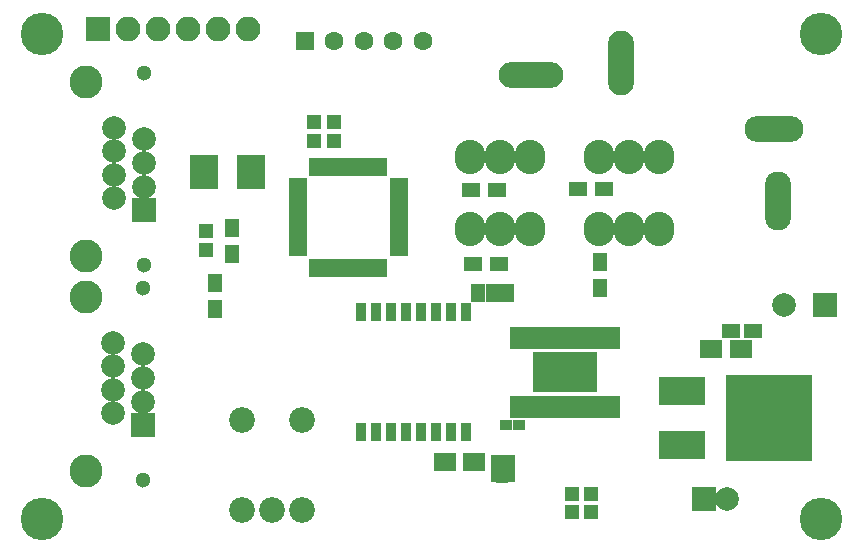
<source format=gts>
G04 #@! TF.FileFunction,Soldermask,Top*
%FSLAX46Y46*%
G04 Gerber Fmt 4.6, Leading zero omitted, Abs format (unit mm)*
G04 Created by KiCad (PCBNEW 4.0.5) date 04/04/17 09:28:52*
%MOMM*%
%LPD*%
G01*
G04 APERTURE LIST*
%ADD10C,0.100000*%
%ADD11C,1.600000*%
%ADD12R,1.600000X1.600000*%
%ADD13O,2.600000X2.899360*%
%ADD14C,2.800000*%
%ADD15C,1.300000*%
%ADD16C,2.000000*%
%ADD17R,2.000000X2.000000*%
%ADD18C,3.600000*%
%ADD19O,2.200000X5.500000*%
%ADD20O,5.500000X2.200000*%
%ADD21R,3.900000X2.400000*%
%ADD22R,7.400000X7.400000*%
%ADD23R,2.400000X1.500000*%
%ADD24R,1.200000X1.500000*%
%ADD25R,2.400000X2.900000*%
%ADD26R,1.300000X1.600000*%
%ADD27R,1.600000X1.300000*%
%ADD28R,1.600000X1.150000*%
%ADD29R,1.900000X1.650000*%
%ADD30R,1.000000X0.900000*%
%ADD31R,0.850000X1.875000*%
%ADD32R,5.400000X3.400000*%
%ADD33R,1.200000X1.200000*%
%ADD34R,1.600000X1.000000*%
%ADD35R,1.000000X1.600000*%
%ADD36R,2.100000X2.100000*%
%ADD37O,2.100000X2.100000*%
%ADD38R,0.908000X1.543000*%
%ADD39O,5.000000X2.200000*%
%ADD40O,2.200000X5.000000*%
%ADD41C,2.178000*%
%ADD42R,1.000000X1.200000*%
%ADD43R,1.100000X1.200000*%
G04 APERTURE END LIST*
D10*
D11*
X190025000Y-51425000D03*
D12*
X180025000Y-51425000D03*
D11*
X182525000Y-51425000D03*
X185025000Y-51425000D03*
X187525000Y-51425000D03*
D13*
X207465000Y-67275000D03*
X204925000Y-67275000D03*
X210005000Y-67275000D03*
D14*
X161500000Y-73025000D03*
X161500000Y-87825000D03*
D15*
X166340000Y-72300000D03*
X166340000Y-88550000D03*
D16*
X166340000Y-77925000D03*
X166340000Y-79925000D03*
X166340000Y-81925000D03*
D17*
X166340000Y-83925000D03*
D16*
X163800000Y-76925000D03*
X163800000Y-78925000D03*
X163800000Y-80925000D03*
X163800000Y-82925000D03*
D18*
X223775000Y-50825000D03*
X223775000Y-91825000D03*
X157775000Y-91825000D03*
D19*
X206825000Y-53250000D03*
D20*
X199225000Y-54250000D03*
D17*
X213825000Y-90175000D03*
D16*
X215825000Y-90175000D03*
D21*
X211960000Y-80999000D03*
X211960000Y-85579000D03*
D22*
X219360000Y-83299000D03*
D17*
X224075000Y-73725000D03*
D16*
X220575000Y-73725000D03*
D23*
X196600000Y-72700000D03*
D24*
X194700000Y-72700000D03*
D25*
X175475000Y-62497000D03*
X171475000Y-62497000D03*
D26*
X205050000Y-70125000D03*
X205050000Y-72325000D03*
D27*
X205350000Y-63900000D03*
X203150000Y-63900000D03*
X196475000Y-70275000D03*
X194275000Y-70275000D03*
X196275000Y-64025000D03*
X194075000Y-64025000D03*
D28*
X216100000Y-75950000D03*
X218000000Y-75950000D03*
D29*
X214450000Y-77500000D03*
X216950000Y-77500000D03*
D30*
X197055000Y-83885000D03*
X198155000Y-83885000D03*
D31*
X206325000Y-76507000D03*
X205675000Y-76507000D03*
X205025000Y-76507000D03*
X204375000Y-76507000D03*
X203725000Y-76507000D03*
X203075000Y-76507000D03*
X202425000Y-76507000D03*
X201775000Y-76507000D03*
X201125000Y-76507000D03*
X200475000Y-76507000D03*
X199825000Y-76507000D03*
X199175000Y-76507000D03*
X198525000Y-76507000D03*
X197875000Y-76507000D03*
X197875000Y-82383000D03*
X198525000Y-82383000D03*
X199175000Y-82383000D03*
X199825000Y-82383000D03*
X200475000Y-82383000D03*
X201125000Y-82383000D03*
X201775000Y-82383000D03*
X202425000Y-82383000D03*
X203075000Y-82383000D03*
X203725000Y-82383000D03*
X204375000Y-82383000D03*
X205025000Y-82383000D03*
X205675000Y-82383000D03*
X206325000Y-82383000D03*
D32*
X202100000Y-79445000D03*
D33*
X204245000Y-89775000D03*
X202645000Y-89775000D03*
X204245000Y-91245000D03*
X202645000Y-91245000D03*
X171700000Y-67500000D03*
X171700000Y-69100000D03*
X182525000Y-59825000D03*
X182525000Y-58225000D03*
X180830000Y-59820000D03*
X180830000Y-58220000D03*
D34*
X187975000Y-69125000D03*
X187975000Y-68325000D03*
X187975000Y-67525000D03*
X187975000Y-66725000D03*
X187975000Y-65925000D03*
X187975000Y-65125000D03*
X187975000Y-64325000D03*
X187975000Y-63525000D03*
D35*
X186525000Y-62075000D03*
X185725000Y-62075000D03*
X184925000Y-62075000D03*
X184125000Y-62075000D03*
X183325000Y-62075000D03*
X182525000Y-62075000D03*
X181725000Y-62075000D03*
X180925000Y-62075000D03*
D34*
X179475000Y-63525000D03*
X179475000Y-64325000D03*
X179475000Y-65125000D03*
X179475000Y-65925000D03*
X179475000Y-66725000D03*
X179475000Y-67525000D03*
X179475000Y-68325000D03*
X179475000Y-69125000D03*
D35*
X180925000Y-70575000D03*
X181725000Y-70575000D03*
X182525000Y-70575000D03*
X183325000Y-70575000D03*
X184125000Y-70575000D03*
X184925000Y-70575000D03*
X185725000Y-70575000D03*
X186525000Y-70575000D03*
D26*
X173900000Y-69400000D03*
X173900000Y-67200000D03*
X172400000Y-71900000D03*
X172400000Y-74100000D03*
D36*
X162550000Y-50400000D03*
D37*
X165090000Y-50400000D03*
X167630000Y-50400000D03*
X170170000Y-50400000D03*
X172710000Y-50400000D03*
X175250000Y-50400000D03*
D14*
X161550000Y-54825000D03*
X161550000Y-69625000D03*
D15*
X166390000Y-54100000D03*
X166390000Y-70350000D03*
D16*
X166390000Y-59725000D03*
X166390000Y-61725000D03*
X166390000Y-63725000D03*
D17*
X166390000Y-65725000D03*
D16*
X163850000Y-58725000D03*
X163850000Y-60725000D03*
X163850000Y-62725000D03*
X163850000Y-64725000D03*
D38*
X193670000Y-74345000D03*
X192400000Y-74345000D03*
X191130000Y-74345000D03*
X189860000Y-74345000D03*
X188590000Y-74345000D03*
X187320000Y-74345000D03*
X186050000Y-74345000D03*
X184780000Y-74345000D03*
X184780000Y-84505000D03*
X186050000Y-84505000D03*
X187320000Y-84505000D03*
X188590000Y-84505000D03*
X189860000Y-84505000D03*
X191130000Y-84505000D03*
X192400000Y-84505000D03*
X193670000Y-84505000D03*
D29*
X194375000Y-87025000D03*
X191875000Y-87025000D03*
D39*
X219750000Y-58875000D03*
D40*
X220100000Y-64975000D03*
D41*
X179840000Y-83490000D03*
X174760000Y-83490000D03*
X174760000Y-91110000D03*
X177300000Y-91110000D03*
X179840000Y-91110000D03*
D18*
X157775000Y-50825000D03*
D10*
G36*
X197215000Y-87575000D02*
X197415000Y-88375000D01*
X196615000Y-88375000D01*
X196815000Y-87575000D01*
X197215000Y-87575000D01*
X197215000Y-87575000D01*
G37*
G36*
X196815000Y-88775000D02*
X196615000Y-87975000D01*
X197415000Y-87975000D01*
X197215000Y-88775000D01*
X196815000Y-88775000D01*
X196815000Y-88775000D01*
G37*
D42*
X197315000Y-88175000D03*
D10*
G36*
X196435000Y-88375000D02*
X196235000Y-87575000D01*
X197035000Y-87575000D01*
X196835000Y-88375000D01*
X196435000Y-88375000D01*
X196435000Y-88375000D01*
G37*
G36*
X196835000Y-87975000D02*
X197035000Y-88775000D01*
X196235000Y-88775000D01*
X196435000Y-87975000D01*
X196835000Y-87975000D01*
X196835000Y-87975000D01*
G37*
D43*
X196285000Y-88175000D03*
D10*
G36*
X197215000Y-86425000D02*
X197415000Y-87225000D01*
X196615000Y-87225000D01*
X196815000Y-86425000D01*
X197215000Y-86425000D01*
X197215000Y-86425000D01*
G37*
G36*
X196815000Y-87625000D02*
X196615000Y-86825000D01*
X197415000Y-86825000D01*
X197215000Y-87625000D01*
X196815000Y-87625000D01*
X196815000Y-87625000D01*
G37*
D42*
X197315000Y-87025000D03*
D10*
G36*
X196435000Y-87225000D02*
X196235000Y-86425000D01*
X197035000Y-86425000D01*
X196835000Y-87225000D01*
X196435000Y-87225000D01*
X196435000Y-87225000D01*
G37*
G36*
X196835000Y-86825000D02*
X197035000Y-87625000D01*
X196235000Y-87625000D01*
X196435000Y-86825000D01*
X196835000Y-86825000D01*
X196835000Y-86825000D01*
G37*
D43*
X196285000Y-87025000D03*
D13*
X207465000Y-61175000D03*
X204925000Y-61175000D03*
X210005000Y-61175000D03*
X196565000Y-67275000D03*
X194025000Y-67275000D03*
X199105000Y-67275000D03*
X196565000Y-61175000D03*
X194025000Y-61175000D03*
X199105000Y-61175000D03*
M02*

</source>
